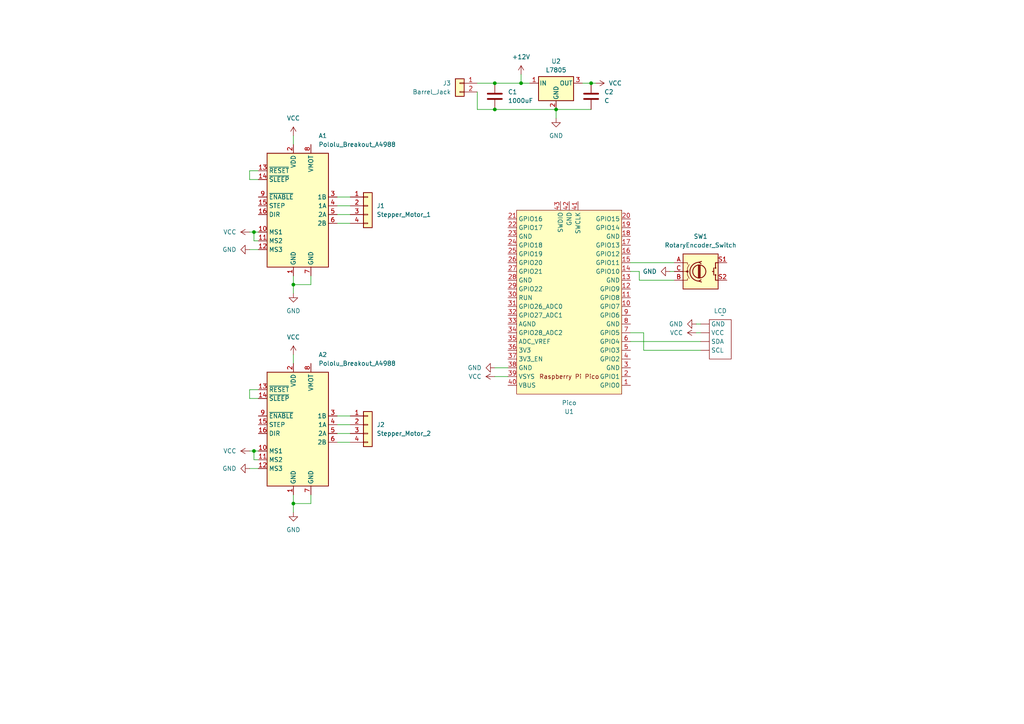
<source format=kicad_sch>
(kicad_sch (version 20230121) (generator eeschema)
  (paper "A4")
  (lib_symbols
    (symbol "Connector_Generic:Conn_01x02" (pin_names (offset 1.016) hide)
      (property "Reference" "J" (at 0 2.54 0))
      (property "Value" "Conn_01x02" (at 0 -5.08 0))
      (symbol "Conn_01x02_1_1"
        (rectangle (start -1.27 -2.413) (end 0 -2.667) (stroke (width 0.1524)))
        (rectangle (start -1.27 0.127) (end 0 -0.127) (stroke (width 0.1524)))
        (rectangle (start -1.27 1.27) (end 1.27 -3.81) (stroke (width 0.254)) (fill (type background)))
        (pin passive line (at -5.08 0 0) (length 3.81) (name "Pin_1") (number "1"))
        (pin passive line (at -5.08 -2.54 0) (length 3.81) (name "Pin_2") (number "2"))
      )
    )
    (symbol "Connector_Generic:Conn_01x04" (pin_names (offset 1.016) hide)
      (property "Reference" "J" (at 0 5.08 0))
      (property "Value" "Conn_01x04" (at 0 -7.62 0))
      (symbol "Conn_01x04_1_1"
        (rectangle (start -1.27 -4.953) (end 0 -5.207) (stroke (width 0.1524)))
        (rectangle (start -1.27 -2.413) (end 0 -2.667) (stroke (width 0.1524)))
        (rectangle (start -1.27 0.127) (end 0 -0.127) (stroke (width 0.1524)))
        (rectangle (start -1.27 2.667) (end 0 2.413) (stroke (width 0.1524)))
        (rectangle (start -1.27 3.81) (end 1.27 -6.35) (stroke (width 0.254)) (fill (type background)))
        (pin passive line (at -5.08 2.54 0) (length 3.81) (name "Pin_1") (number "1"))
        (pin passive line (at -5.08 0 0) (length 3.81) (name "Pin_2") (number "2"))
        (pin passive line (at -5.08 -2.54 0) (length 3.81) (name "Pin_3") (number "3"))
        (pin passive line (at -5.08 -5.08 0) (length 3.81) (name "Pin_4") (number "4"))
      )
    )
    (symbol "Device:C" (pin_numbers hide) (pin_names (offset 0.254))
      (property "Reference" "C" (at 0.635 2.54 0))
      (property "Value" "C" (at 0.635 -2.54 0))
      (symbol "C_0_1"
        (polyline (pts (xy -2.032 -0.762) (xy 2.032 -0.762)) (stroke (width 0.508)))
        (polyline (pts (xy -2.032 0.762) (xy 2.032 0.762)) (stroke (width 0.508)))
      )
      (symbol "C_1_1"
        (pin passive line (at 0 3.81 270) (length 2.794) (name "~") (number "1"))
        (pin passive line (at 0 -3.81 90) (length 2.794) (name "~") (number "2"))
      )
    )
    (symbol "Device:RotaryEncoder_Switch" (pin_names (offset 0.254) hide)
      (property "Reference" "SW" (at 0 6.604 0))
      (property "Value" "RotaryEncoder_Switch" (at 0 -6.604 0))
      (symbol "RotaryEncoder_Switch_0_1"
        (rectangle (start -5.08 5.08) (end 5.08 -5.08) (stroke (width 0.254)) (fill (type background)))
        (circle (center -3.81 0) (radius 0.254) (fill (type outline)))
        (circle (center -0.381 0) (radius 1.905) (stroke (width 0.254)))
        (arc (start -0.381 2.667) (mid -3.0988 -0.0635) (end -0.381 -2.794) (stroke (width 0.254)))
        (polyline (pts (xy -0.635 -1.778) (xy -0.635 1.778)) (stroke (width 0.254)))
        (polyline (pts (xy -0.381 -1.778) (xy -0.381 1.778)) (stroke (width 0.254)))
        (polyline (pts (xy -0.127 1.778) (xy -0.127 -1.778)) (stroke (width 0.254)))
        (polyline (pts (xy 3.81 0) (xy 3.429 0)) (stroke (width 0.254)))
        (polyline (pts (xy 3.81 1.016) (xy 3.81 -1.016)) (stroke (width 0.254)))
        (polyline (pts (xy -5.08 -2.54) (xy -3.81 -2.54) (xy -3.81 -2.032)))
        (polyline (pts (xy -5.08 2.54) (xy -3.81 2.54) (xy -3.81 2.032)))
        (polyline (pts (xy 0.254 -3.048) (xy -0.508 -2.794) (xy 0.127 -2.413)) (stroke (width 0.254)))
        (polyline (pts (xy 0.254 2.921) (xy -0.508 2.667) (xy 0.127 2.286)) (stroke (width 0.254)))
        (polyline (pts (xy 5.08 -2.54) (xy 4.318 -2.54) (xy 4.318 -1.016)) (stroke (width 0.254)))
        (polyline (pts (xy 5.08 2.54) (xy 4.318 2.54) (xy 4.318 1.016)) (stroke (width 0.254)))
        (polyline (pts (xy -5.08 0) (xy -3.81 0) (xy -3.81 -1.016) (xy -3.302 -2.032)))
        (polyline (pts (xy -4.318 0) (xy -3.81 0) (xy -3.81 1.016) (xy -3.302 2.032)))
        (circle (center 4.318 -1.016) (radius 0.127) (stroke (width 0.254)))
        (circle (center 4.318 1.016) (radius 0.127) (stroke (width 0.254)))
      )
      (symbol "RotaryEncoder_Switch_1_1"
        (pin passive line (at -7.62 2.54 0) (length 2.54) (name "A") (number "A"))
        (pin passive line (at -7.62 -2.54 0) (length 2.54) (name "B") (number "B"))
        (pin passive line (at -7.62 0 0) (length 2.54) (name "C") (number "C"))
        (pin passive line (at 7.62 2.54 180) (length 2.54) (name "S1") (number "S1"))
        (pin passive line (at 7.62 -2.54 180) (length 2.54) (name "S2") (number "S2"))
      )
    )
    (symbol "Driver_Motor:Pololu_Breakout_A4988"
      (property "Reference" "A" (at -2.54 19.05 0))
      (property "Value" "Pololu_Breakout_A4988" (at -2.54 16.51 0))
      (symbol "Pololu_Breakout_A4988_0_1"
        (rectangle (start 10.16 -17.78) (end -7.62 15.24) (stroke (width 0.254)) (fill (type background)))
      )
      (symbol "Pololu_Breakout_A4988_1_1"
        (pin power_in line (at 0 -20.32 90) (length 2.54) (name "GND") (number "1"))
        (pin input line (at -10.16 -7.62 0) (length 2.54) (name "MS1") (number "10"))
        (pin input line (at -10.16 -10.16 0) (length 2.54) (name "MS2") (number "11"))
        (pin input line (at -10.16 -12.7 0) (length 2.54) (name "MS3") (number "12"))
        (pin input line (at -10.16 10.16 0) (length 2.54) (name "~{RESET}") (number "13"))
        (pin input line (at -10.16 7.62 0) (length 2.54) (name "~{SLEEP}") (number "14"))
        (pin input line (at -10.16 0 0) (length 2.54) (name "STEP") (number "15"))
        (pin input line (at -10.16 -2.54 0) (length 2.54) (name "DIR") (number "16"))
        (pin power_in line (at 0 17.78 270) (length 2.54) (name "VDD") (number "2"))
        (pin output line (at 12.7 2.54 180) (length 2.54) (name "1B") (number "3"))
        (pin output line (at 12.7 0 180) (length 2.54) (name "1A") (number "4"))
        (pin output line (at 12.7 -2.54 180) (length 2.54) (name "2A") (number "5"))
        (pin output line (at 12.7 -5.08 180) (length 2.54) (name "2B") (number "6"))
        (pin power_in line (at 5.08 -20.32 90) (length 2.54) (name "GND") (number "7"))
        (pin power_in line (at 5.08 17.78 270) (length 2.54) (name "VMOT") (number "8"))
        (pin input line (at -10.16 2.54 0) (length 2.54) (name "~{ENABLE}") (number "9"))
      )
    )
    (symbol "MCU_RaspberryPi_and_Boards:I2C_LCD"
      (property "Reference" "U" (at -1.27 6.35 0))
      (symbol "I2C_LCD_0_1"
        (rectangle (start -3.81 5.08) (end 2.54 -6.35))
      )
      (symbol "I2C_LCD_1_1"
        (pin power_in line (at 5.08 3.81 180) (length 2.54) (name "GND") (number ""))
        (pin input line (at 5.08 -3.81 180) (length 2.54) (name "SCL") (number ""))
        (pin input line (at 5.08 -1.27 180) (length 2.54) (name "SDA") (number ""))
        (pin power_in line (at 5.08 1.27 180) (length 2.54) (name "VCC") (number ""))
      )
    )
    (symbol "MCU_RaspberryPi_and_Boards:Pico"
      (property "Reference" "U" (at -13.97 27.94 0))
      (property "Value" "Pico" (at 0 19.05 0))
      (symbol "Pico_0_0"
        (text "Raspberry Pi Pico" (at 0 21.59 0) (effects (font (size 1.27 1.27))))
      )
      (symbol "Pico_0_1"
        (rectangle (start -15.24 26.67) (end 15.24 -26.67) (fill (type background)))
      )
      (symbol "Pico_1_1"
        (pin bidirectional line (at -17.78 24.13 0) (length 2.54) (name "GPIO0") (number "1"))
        (pin bidirectional line (at -17.78 1.27 0) (length 2.54) (name "GPIO7") (number "10"))
        (pin bidirectional line (at -17.78 -1.27 0) (length 2.54) (name "GPIO8") (number "11"))
        (pin bidirectional line (at -17.78 -3.81 0) (length 2.54) (name "GPIO9") (number "12"))
        (pin power_in line (at -17.78 -6.35 0) (length 2.54) (name "GND") (number "13"))
        (pin bidirectional line (at -17.78 -8.89 0) (length 2.54) (name "GPIO10") (number "14"))
        (pin bidirectional line (at -17.78 -11.43 0) (length 2.54) (name "GPIO11") (number "15"))
        (pin bidirectional line (at -17.78 -13.97 0) (length 2.54) (name "GPIO12") (number "16"))
        (pin bidirectional line (at -17.78 -16.51 0) (length 2.54) (name "GPIO13") (number "17"))
        (pin power_in line (at -17.78 -19.05 0) (length 2.54) (name "GND") (number "18"))
        (pin bidirectional line (at -17.78 -21.59 0) (length 2.54) (name "GPIO14") (number "19"))
        (pin bidirectional line (at -17.78 21.59 0) (length 2.54) (name "GPIO1") (number "2"))
        (pin bidirectional line (at -17.78 -24.13 0) (length 2.54) (name "GPIO15") (number "20"))
        (pin bidirectional line (at 17.78 -24.13 180) (length 2.54) (name "GPIO16") (number "21"))
        (pin bidirectional line (at 17.78 -21.59 180) (length 2.54) (name "GPIO17") (number "22"))
        (pin power_in line (at 17.78 -19.05 180) (length 2.54) (name "GND") (number "23"))
        (pin bidirectional line (at 17.78 -16.51 180) (length 2.54) (name "GPIO18") (number "24"))
        (pin bidirectional line (at 17.78 -13.97 180) (length 2.54) (name "GPIO19") (number "25"))
        (pin bidirectional line (at 17.78 -11.43 180) (length 2.54) (name "GPIO20") (number "26"))
        (pin bidirectional line (at 17.78 -8.89 180) (length 2.54) (name "GPIO21") (number "27"))
        (pin power_in line (at 17.78 -6.35 180) (length 2.54) (name "GND") (number "28"))
        (pin bidirectional line (at 17.78 -3.81 180) (length 2.54) (name "GPIO22") (number "29"))
        (pin power_in line (at -17.78 19.05 0) (length 2.54) (name "GND") (number "3"))
        (pin input line (at 17.78 -1.27 180) (length 2.54) (name "RUN") (number "30"))
        (pin bidirectional line (at 17.78 1.27 180) (length 2.54) (name "GPIO26_ADC0") (number "31"))
        (pin bidirectional line (at 17.78 3.81 180) (length 2.54) (name "GPIO27_ADC1") (number "32"))
        (pin power_in line (at 17.78 6.35 180) (length 2.54) (name "AGND") (number "33"))
        (pin bidirectional line (at 17.78 8.89 180) (length 2.54) (name "GPIO28_ADC2") (number "34"))
        (pin power_in line (at 17.78 11.43 180) (length 2.54) (name "ADC_VREF") (number "35"))
        (pin power_in line (at 17.78 13.97 180) (length 2.54) (name "3V3") (number "36"))
        (pin input line (at 17.78 16.51 180) (length 2.54) (name "3V3_EN") (number "37"))
        (pin bidirectional line (at 17.78 19.05 180) (length 2.54) (name "GND") (number "38"))
        (pin power_in line (at 17.78 21.59 180) (length 2.54) (name "VSYS") (number "39"))
        (pin bidirectional line (at -17.78 16.51 0) (length 2.54) (name "GPIO2") (number "4"))
        (pin power_in line (at 17.78 24.13 180) (length 2.54) (name "VBUS") (number "40"))
        (pin input line (at -2.54 -29.21 90) (length 2.54) (name "SWCLK") (number "41"))
        (pin power_in line (at 0 -29.21 90) (length 2.54) (name "GND") (number "42"))
        (pin bidirectional line (at 2.54 -29.21 90) (length 2.54) (name "SWDIO") (number "43"))
        (pin bidirectional line (at -17.78 13.97 0) (length 2.54) (name "GPIO3") (number "5"))
        (pin bidirectional line (at -17.78 11.43 0) (length 2.54) (name "GPIO4") (number "6"))
        (pin bidirectional line (at -17.78 8.89 0) (length 2.54) (name "GPIO5") (number "7"))
        (pin power_in line (at -17.78 6.35 0) (length 2.54) (name "GND") (number "8"))
        (pin bidirectional line (at -17.78 3.81 0) (length 2.54) (name "GPIO6") (number "9"))
      )
    )
    (symbol "Regulator_Linear:L7805" (pin_names (offset 0.254))
      (property "Reference" "U" (at -3.81 3.175 0))
      (property "Value" "L7805" (at 0 3.175 0))
      (symbol "L7805_0_1"
        (rectangle (start -5.08 1.905) (end 5.08 -5.08) (stroke (width 0.254)) (fill (type background)))
      )
      (symbol "L7805_1_1"
        (pin power_in line (at -7.62 0 0) (length 2.54) (name "IN") (number "1"))
        (pin power_in line (at 0 -7.62 90) (length 2.54) (name "GND") (number "2"))
        (pin power_out line (at 7.62 0 180) (length 2.54) (name "OUT") (number "3"))
      )
    )
    (symbol "power:+12V" (power) (pin_names (offset 0))
      (property "Value" "+12V" (at 0 3.556 0))
      (symbol "+12V_0_1"
        (polyline (pts (xy -0.762 1.27) (xy 0 2.54)))
        (polyline (pts (xy 0 0) (xy 0 2.54)))
        (polyline (pts (xy 0 2.54) (xy 0.762 1.27)))
      )
      (symbol "+12V_1_1"
        (pin power_in line (at 0 0 90) (length 0) hide (name "+12V") (number "1"))
      )
    )
    (symbol "power:GND" (power) (pin_names (offset 0))
      (property "Value" "GND" (at 0 -3.81 0))
      (symbol "GND_0_1"
        (polyline (pts (xy 0 0) (xy 0 -1.27) (xy 1.27 -1.27) (xy 0 -2.54) (xy -1.27 -1.27) (xy 0 -1.27)))
      )
      (symbol "GND_1_1"
        (pin power_in line (at 0 0 270) (length 0) hide (name "GND") (number "1"))
      )
    )
    (symbol "power:VCC" (power) (pin_names (offset 0))
      (property "Value" "VCC" (at 0 3.81 0))
      (symbol "VCC_0_1"
        (polyline (pts (xy -0.762 1.27) (xy 0 2.54)))
        (polyline (pts (xy 0 0) (xy 0 2.54)))
        (polyline (pts (xy 0 2.54) (xy 0.762 1.27)))
      )
      (symbol "VCC_1_1"
        (pin power_in line (at 0 0 90) (length 0) hide (name "VCC") (number "1"))
      )
    )
  )
  (junction (at 143.51 24.13))
  (junction (at 85.09 146.05))
  (junction (at 73.66 67.31))
  (junction (at 171.45 24.13))
  (junction (at 143.51 31.75))
  (junction (at 85.09 82.55))
  (junction (at 151.13 24.13))
  (junction (at 161.29 31.75))
  (junction (at 73.66 130.81))
  (wire (pts (xy 143.51 24.13) (xy 151.13 24.13)))
  (wire (pts (xy 72.39 67.31) (xy 73.66 67.31)))
  (wire (pts (xy 72.39 72.39) (xy 74.93 72.39)))
  (wire (pts (xy 97.79 123.19) (xy 101.6 123.19)))
  (wire (pts (xy 182.88 99.06) (xy 203.2 99.06)))
  (wire (pts (xy 151.13 21.59) (xy 151.13 24.13)))
  (wire (pts (xy 90.17 143.51) (xy 90.17 146.05)))
  (wire (pts (xy 97.79 125.73) (xy 101.6 125.73)))
  (wire (pts (xy 97.79 62.23) (xy 101.6 62.23)))
  (wire (pts (xy 73.66 67.31) (xy 74.93 67.31)))
  (wire (pts (xy 143.51 109.22) (xy 147.32 109.22)))
  (wire (pts (xy 73.66 69.85) (xy 73.66 67.31)))
  (wire (pts (xy 161.29 31.75) (xy 161.29 34.29)))
  (wire (pts (xy 186.69 96.52) (xy 182.88 96.52)))
  (wire (pts (xy 97.79 57.15) (xy 101.6 57.15)))
  (wire (pts (xy 185.42 78.74) (xy 182.88 78.74)))
  (wire (pts (xy 72.39 130.81) (xy 73.66 130.81)))
  (wire (pts (xy 85.09 80.01) (xy 85.09 82.55)))
  (wire (pts (xy 72.39 49.53) (xy 72.39 52.07)))
  (wire (pts (xy 195.58 81.28) (xy 185.42 81.28)))
  (wire (pts (xy 90.17 80.01) (xy 90.17 82.55)))
  (wire (pts (xy 186.69 101.6) (xy 186.69 96.52)))
  (wire (pts (xy 138.43 26.67) (xy 138.43 31.75)))
  (wire (pts (xy 143.51 31.75) (xy 161.29 31.75)))
  (wire (pts (xy 185.42 81.28) (xy 185.42 78.74)))
  (wire (pts (xy 201.93 96.52) (xy 203.2 96.52)))
  (wire (pts (xy 97.79 64.77) (xy 101.6 64.77)))
  (wire (pts (xy 73.66 133.35) (xy 73.66 130.81)))
  (wire (pts (xy 85.09 82.55) (xy 85.09 85.09)))
  (wire (pts (xy 74.93 69.85) (xy 73.66 69.85)))
  (wire (pts (xy 194.31 78.74) (xy 195.58 78.74)))
  (wire (pts (xy 72.39 52.07) (xy 74.93 52.07)))
  (wire (pts (xy 97.79 128.27) (xy 101.6 128.27)))
  (wire (pts (xy 151.13 24.13) (xy 153.67 24.13)))
  (wire (pts (xy 143.51 106.68) (xy 147.32 106.68)))
  (wire (pts (xy 182.88 76.2) (xy 195.58 76.2)))
  (wire (pts (xy 72.39 115.57) (xy 74.93 115.57)))
  (wire (pts (xy 73.66 130.81) (xy 74.93 130.81)))
  (wire (pts (xy 168.91 24.13) (xy 171.45 24.13)))
  (wire (pts (xy 203.2 101.6) (xy 186.69 101.6)))
  (wire (pts (xy 85.09 146.05) (xy 85.09 148.59)))
  (wire (pts (xy 74.93 133.35) (xy 73.66 133.35)))
  (wire (pts (xy 97.79 59.69) (xy 101.6 59.69)))
  (wire (pts (xy 74.93 49.53) (xy 72.39 49.53)))
  (wire (pts (xy 161.29 31.75) (xy 171.45 31.75)))
  (wire (pts (xy 74.93 113.03) (xy 72.39 113.03)))
  (wire (pts (xy 85.09 39.37) (xy 85.09 41.91)))
  (wire (pts (xy 72.39 135.89) (xy 74.93 135.89)))
  (wire (pts (xy 90.17 82.55) (xy 85.09 82.55)))
  (wire (pts (xy 171.45 24.13) (xy 172.72 24.13)))
  (wire (pts (xy 138.43 31.75) (xy 143.51 31.75)))
  (wire (pts (xy 85.09 143.51) (xy 85.09 146.05)))
  (wire (pts (xy 201.93 93.98) (xy 203.2 93.98)))
  (wire (pts (xy 72.39 113.03) (xy 72.39 115.57)))
  (wire (pts (xy 85.09 102.87) (xy 85.09 105.41)))
  (wire (pts (xy 90.17 146.05) (xy 85.09 146.05)))
  (wire (pts (xy 97.79 120.65) (xy 101.6 120.65)))
  (wire (pts (xy 138.43 24.13) (xy 143.51 24.13)))
  (symbol (lib_id "power:VCC") (at 143.51 109.22 90) (unit 1)
    (property "Reference" "#PWR04" (effects hide))
    (property "Value" "VCC" (at 139.7 109.22 90) (effects (justify left)))
  )
  (symbol (lib_id "Connector_Generic:Conn_01x04") (at 106.68 59.69 0) (unit 1)
    (property "Reference" "J1" (at 109.22 59.69 0) (effects (justify left)))
    (property "Value" "Stepper_Motor_1" (at 109.22 62.23 0) (effects (justify left)))
  )
  (symbol (lib_id "power:VCC") (at 172.72 24.13 270) (unit 1)
    (property "Reference" "#PWR016" (effects hide))
    (property "Value" "VCC" (at 176.53 24.13 90) (effects (justify left)))
  )
  (symbol (lib_id "power:VCC") (at 85.09 102.87 0) (unit 1)
    (property "Reference" "#PWR012" (effects hide))
    (property "Value" "VCC" (at 85.09 97.79 0))
  )
  (symbol (lib_id "power:+12V") (at 151.13 21.59 0) (unit 1)
    (property "Reference" "#PWR015" (effects hide))
    (property "Value" "+12V" (at 151.13 16.51 0))
  )
  (symbol (lib_id "power:GND") (at 85.09 85.09 0) (unit 1)
    (property "Reference" "#PWR06" (effects hide))
    (property "Value" "GND" (at 85.09 90.17 0))
  )
  (symbol (lib_id "power:VCC") (at 85.09 39.37 0) (unit 1)
    (property "Reference" "#PWR07" (effects hide))
    (property "Value" "VCC" (at 85.09 34.29 0))
  )
  (symbol (lib_id "Device:C") (at 143.51 27.94 0) (unit 1)
    (property "Reference" "C1" (at 147.32 26.67 0) (effects (justify left)))
    (property "Value" "1000uF" (at 147.32 29.21 0) (effects (justify left)))
  )
  (symbol (lib_id "power:GND") (at 72.39 72.39 270) (unit 1)
    (property "Reference" "#PWR09" (effects hide))
    (property "Value" "GND" (at 68.58 72.39 90) (effects (justify right)))
  )
  (symbol (lib_id "power:VCC") (at 72.39 67.31 90) (unit 1)
    (property "Reference" "#PWR08" (effects hide))
    (property "Value" "VCC" (at 68.58 67.31 90) (effects (justify left)))
  )
  (symbol (lib_id "Regulator_Linear:L7805") (at 161.29 24.13 0) (unit 1)
    (property "Reference" "U2" (at 161.29 17.78 0))
    (property "Value" "L7805" (at 161.29 20.32 0))
    (property "Datasheet" "http://www.st.com/content/ccc/resource/technical/document/datasheet/41/4f/b3/b0/12/d4/47/88/CD00000444.pdf/files/CD00000444.pdf/jcr:content/translations/en.CD00000444.pdf" (effects hide))
  )
  (symbol (lib_id "power:VCC") (at 201.93 96.52 90) (unit 1)
    (property "Reference" "#PWR05" (effects hide))
    (property "Value" "VCC" (at 198.12 96.52 90) (effects (justify left)))
  )
  (symbol (lib_id "MCU_RaspberryPi_and_Boards:I2C_LCD") (at 208.28 97.79 0) (mirror y) (unit 1)
    (property "Reference" "LCD" (at 208.915 90.17 0))
    (property "Value" "~" (at 209.55 91.44 0))
  )
  (symbol (lib_id "Driver_Motor:Pololu_Breakout_A4988") (at 85.09 59.69 0) (unit 1)
    (property "Reference" "A1" (at 92.3641 39.37 0) (effects (justify left)))
    (property "Value" "Pololu_Breakout_A4988" (at 92.3641 41.91 0) (effects (justify left)))
    (property "Footprint" "Module:Pololu_Breakout-16_15.2x20.3mm" (effects hide))
    (property "Datasheet" "https://www.pololu.com/product/2980/pictures" (effects hide))
  )
  (symbol (lib_id "power:GND") (at 85.09 148.59 0) (unit 1)
    (property "Reference" "#PWR013" (effects hide))
    (property "Value" "GND" (at 85.09 153.67 0))
  )
  (symbol (lib_id "power:VCC") (at 72.39 130.81 90) (unit 1)
    (property "Reference" "#PWR010" (effects hide))
    (property "Value" "VCC" (at 68.58 130.81 90) (effects (justify left)))
  )
  (symbol (lib_id "Connector_Generic:Conn_01x04") (at 106.68 123.19 0) (unit 1)
    (property "Reference" "J2" (at 109.22 123.19 0) (effects (justify left)))
    (property "Value" "Stepper_Motor_2" (at 109.22 125.73 0) (effects (justify left)))
  )
  (symbol (lib_id "power:GND") (at 143.51 106.68 270) (unit 1)
    (property "Reference" "#PWR03" (effects hide))
    (property "Value" "GND" (at 139.7 106.68 90) (effects (justify right)))
  )
  (symbol (lib_id "power:GND") (at 201.93 93.98 270) (unit 1)
    (property "Reference" "#PWR02" (effects hide))
    (property "Value" "GND" (at 198.12 93.98 90) (effects (justify right)))
  )
  (symbol (lib_id "power:GND") (at 194.31 78.74 270) (unit 1)
    (property "Reference" "#PWR01" (effects hide))
    (property "Value" "GND" (at 190.5 78.74 90) (effects (justify right)))
  )
  (symbol (lib_id "Device:C") (at 171.45 27.94 0) (unit 1)
    (property "Reference" "C2" (at 175.26 26.67 0) (effects (justify left)))
    (property "Value" "C" (at 175.26 29.21 0) (effects (justify left)))
  )
  (symbol (lib_id "Driver_Motor:Pololu_Breakout_A4988") (at 85.09 123.19 0) (unit 1)
    (property "Reference" "A2" (at 92.3641 102.87 0) (effects (justify left)))
    (property "Value" "Pololu_Breakout_A4988" (at 92.3641 105.41 0) (effects (justify left)))
    (property "Footprint" "Module:Pololu_Breakout-16_15.2x20.3mm" (effects hide))
    (property "Datasheet" "https://www.pololu.com/product/2980/pictures" (effects hide))
  )
  (symbol (lib_id "Connector_Generic:Conn_01x02") (at 133.35 24.13 0) (mirror y) (unit 1)
    (property "Reference" "J3" (at 130.81 24.13 0) (effects (justify left)))
    (property "Value" "Barrel_Jack" (at 130.81 26.67 0) (effects (justify left)))
  )
  (symbol (lib_id "MCU_RaspberryPi_and_Boards:Pico") (at 165.1 87.63 180) (unit 1)
    (property "Reference" "U1" (at 165.1 119.38 0))
    (property "Value" "Pico" (at 165.1 116.84 0))
    (property "Footprint" "RPi_Pico:RPi_Pico_SMD_TH" (effects hide))
  )
  (symbol (lib_id "power:GND") (at 72.39 135.89 270) (unit 1)
    (property "Reference" "#PWR011" (effects hide))
    (property "Value" "GND" (at 68.58 135.89 90) (effects (justify right)))
  )
  (symbol (lib_id "Device:RotaryEncoder_Switch") (at 203.2 78.74 0) (unit 1)
    (property "Reference" "SW1" (at 203.2 68.58 0))
    (property "Value" "RotaryEncoder_Switch" (at 203.2 71.12 0))
  )
  (symbol (lib_id "power:GND") (at 161.29 34.29 0) (unit 1)
    (property "Reference" "#PWR014" (effects hide))
    (property "Value" "GND" (at 161.29 39.37 0))
  )
)
</source>
